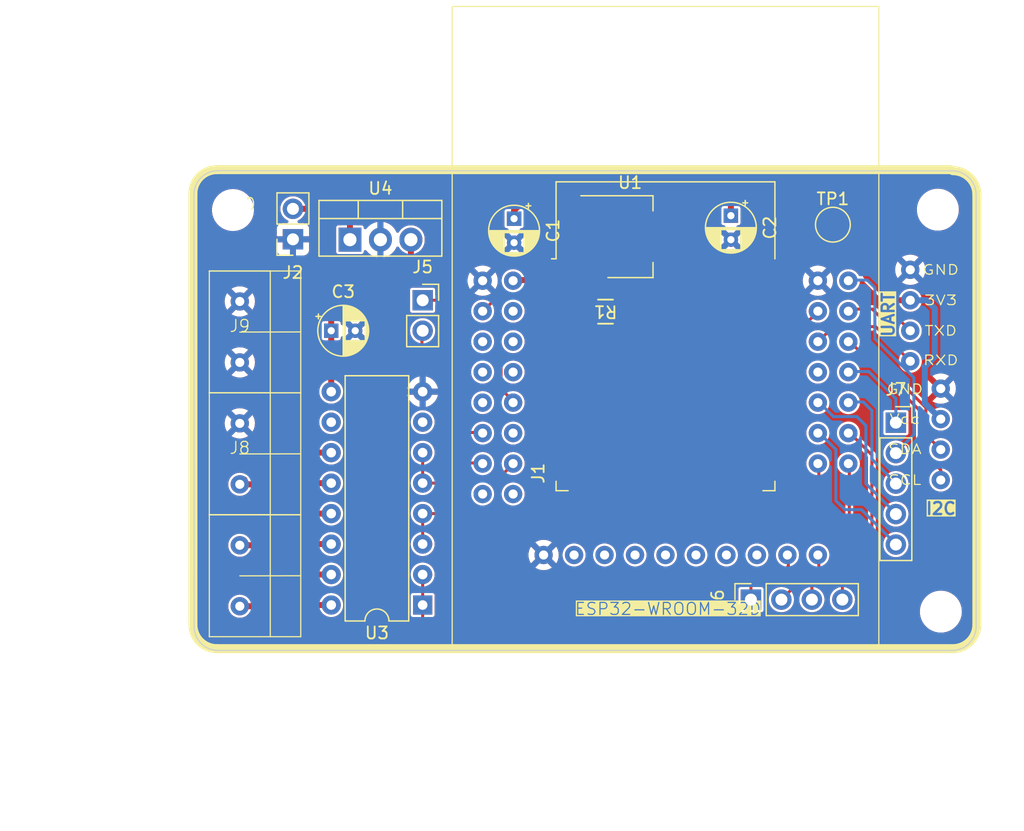
<source format=kicad_pcb>
(kicad_pcb (version 20221018) (generator pcbnew)
  (layers (0 "F.Cu" signal) (31 "B.Cu" signal) (34 "B.Paste" user) (35 "F.Paste" user) (36 "B.SilkS" user "B.Silkscreen") (37 "F.SilkS" user "F.Silkscreen") (38 "B.Mask" user) (39 "F.Mask" user) (44 "Edge.Cuts" user))
  (net 0 "")
  (net 1 "GND")
  (net 2 "+3V3")
  (net 3 "+5V")
  (net 4 "Net-(J1-EN)")
  (net 5 "Net-(J1-RXD0)")
  (net 6 "Net-(J1-TXD0)")
  (net 7 "Net-(J1-SDA)")
  (net 8 "Net-(J1-SCL)")
  (net 9 "VDC")
  (net 11 "Net-(J1-IO14)")
  (net 12 "Net-(J1-IO16)")
  (net 13 "Net-(J1-IO12)")
  (net 14 "Net-(J1-IO25)")
  (net 15 "Net-(J1-IO26)")
  (net 16 "Net-(J1-IO0)")
  (net 17 "Net-(J1-IO4)")
  (net 18 "Net-(J1-IO15)")
  (net 19 "Net-(J1-IO2)")
  (net 20 "Net-(J1-IO17)")
  (net 21 "Net-(J1-IO5)")
  (net 22 "Net-(J1-IO18)")
  (net 23 "Net-(J1-IO19)")
  (net 24 "Net-(J1-IO23)")
  (net 26 "Net-(J8-Pin_1)")
  (net 27 "Net-(J8-Pin_2)")
  (net 28 "Net-(J9-Pin_2)")
  (net 34 "unconnected-(J1-IO33-Pad9)")
  (footprint "Capacitor_THT:CP_Radial_D4.0mm_P2.00mm" (layer "F.Cu") (at 124.75 43.75 -90)
    (fp_text reference "C2" (at 1 -3.25 90) (layer "F.SilkS"))
    (fp_text value "1uF")
    (pad "1" thru_hole rect (at 0 0 270) (size 1.2 1.2) (drill 0.6) (layers "*.Cu" "*.Mask") (net 2 "+3V3"))
    (pad "2" thru_hole circle (at 2 0 270) (size 1.2 1.2) (drill 0.6) (layers "*.Cu" "*.Mask") (net 1 "GND"))
  )
  (footprint "Alexander Footprints Library:TestPoint_D2.5mm" (layer "F.Cu") (at 133.25 44.5)
    (fp_text reference "TP1" (at 0 -2.148) (layer "F.SilkS"))
    (fp_text value "GND")
    (pad "1" smd circle (at 0 0) (size 2.5 2.5) (layers "F.Cu" "F.Mask") (net 1 "GND"))
  )
  (footprint "Alexander Footprints Library:ESP32-WROOM-Adapter-Socket-2" (layer "F.Cu") (at 119.3 56.79)
    (fp_text reference "J1" (at -10.61 8.43 90) (layer "F.SilkS"))
    (fp_text value "~")
    (fp_text user "ESP32-WROOM-32D" (at -7.62 20.32 unlocked) (layer "F.SilkS" knockout) (effects (font (thickness 0.1)) (justify left bottom)))
    (pad "" thru_hole circle (at -15.24 10.16) (size 1.524 1.524) (drill 0.762) (layers "*.Cu" "*.Mask"))
    (pad "" thru_hole circle (at -12.7 10.16) (size 1.524 1.524) (drill 0.762) (layers "*.Cu" "*.Mask"))
    (pad "1" thru_hole circle (at -15.24 -7.62) (size 1.524 1.524) (drill 0.762) (layers "*.Cu" "*.Mask") (net 1 "GND"))
    (pad "2" thru_hole circle (at -12.7 -7.62) (size 1.524 1.524) (drill 0.762) (layers "*.Cu" "*.Mask") (net 2 "+3V3"))
    (pad "3" thru_hole circle (at -15.24 -5.08) (size 1.524 1.524) (drill 0.762) (layers "*.Cu" "*.Mask") (net 4 "Net-(J1-EN)"))
    (pad "4" thru_hole circle (at -12.7 -5.08) (size 1.524 1.524) (drill 0.762) (layers "*.Cu" "*.Mask"))
    (pad "5" thru_hole circle (at -15.24 -2.54) (size 1.524 1.524) (drill 0.762) (layers "*.Cu" "*.Mask"))
    (pad "6" thru_hole circle (at -12.7 -2.54) (size 1.524 1.524) (drill 0.762) (layers "*.Cu" "*.Mask"))
    (pad "7" thru_hole circle (at -15.24 0) (size 1.524 1.524) (drill 0.762) (layers "*.Cu" "*.Mask"))
    (pad "8" thru_hole circle (at -12.7 0) (size 1.524 1.524) (drill 0.762) (layers "*.Cu" "*.Mask"))
    (pad "9" thru_hole circle (at -15.24 2.54) (size 1.524 1.524) (drill 0.762) (layers "*.Cu" "*.Mask") (net 34 "unconnected-(J1-IO33-Pad9)"))
    (pad "10" thru_hole circle (at -12.7 2.54) (size 1.524 1.524) (drill 0.762) (layers "*.Cu" "*.Mask") (net 14 "Net-(J1-IO25)"))
    (pad "11" thru_hole circle (at -15.24 5.08) (size 1.524 1.524) (drill 0.762) (layers "*.Cu" "*.Mask") (net 15 "Net-(J1-IO26)"))
    (pad "12" thru_hole circle (at -12.7 5.08) (size 1.524 1.524) (drill 0.762) (layers "*.Cu" "*.Mask"))
    (pad "13" thru_hole circle (at -15.24 7.62) (size 1.524 1.524) (drill 0.762) (layers "*.Cu" "*.Mask") (net 11 "Net-(J1-IO14)"))
    (pad "14" thru_hole circle (at -12.7 7.62) (size 1.524 1.524) (drill 0.762) (layers "*.Cu" "*.Mask") (net 13 "Net-(J1-IO12)"))
    (pad "15" thru_hole circle (at -10.16 15.24 90) (size 1.524 1.524) (drill 0.762) (layers "*.Cu" "*.Mask") (net 1 "GND"))
    (pad "16" thru_hole circle (at -7.62 15.24 90) (size 1.524 1.524) (drill 0.762) (layers "*.Cu" "*.Mask"))
    (pad "17" thru_hole circle (at -5.08 15.24 90) (size 1.524 1.524) (drill 0.762) (layers "*.Cu" "*.Mask"))
    (pad "18" thru_hole circle (at -2.54 15.24 90) (size 1.524 1.524) (drill 0.762) (layers "*.Cu" "*.Mask"))
    (pad "19" thru_hole circle (at 0 15.24 90) (size 1.524 1.524) (drill 0.762) (layers "*.Cu" "*.Mask"))
    (pad "20" thru_hole circle (at 2.54 15.24 90) (size 1.524 1.524) (drill 0.762) (layers "*.Cu" "*.Mask"))
    (pad "21" thru_hole circle (at 5.08 15.24 90) (size 1.524 1.524) (drill 0.762) (layers "*.Cu" "*.Mask"))
    (pad "22" thru_hole circle (at 7.62 15.24 90) (size 1.524 1.524) (drill 0.762) (layers "*.Cu" "*.Mask"))
    (pad "23" thru_hole circle (at 10.16 15.24 90) (size 1.524 1.524) (drill 0.762) (layers "*.Cu" "*.Mask") (net 18 "Net-(J1-IO15)"))
    (pad "24" thru_hole circle (at 12.7 15.24 90) (size 1.524 1.524) (drill 0.762) (layers "*.Cu" "*.Mask") (net 19 "Net-(J1-IO2)"))
    (pad "25" thru_hole circle (at 15.24 7.62) (size 1.524 1.524) (drill 0.762) (layers "*.Cu" "*.Mask") (net 16 "Net-(J1-IO0)"))
    (pad "26" thru_hole circle (at 12.7 7.62) (size 1.524 1.524) (drill 0.762) (layers "*.Cu" "*.Mask") (net 17 "Net-(J1-IO4)"))
    (pad "27" thru_hole circle (at 15.24 5.08) (size 1.524 1.524) (drill 0.762) (layers "*.Cu" "*.Mask") (net 12 "Net-(J1-IO16)"))
    (pad "28" thru_hole circle (at 12.7 5.08) (size 1.524 1.524) (drill 0.762) (layers "*.Cu" "*.Mask") (net 20 "Net-(J1-IO17)"))
    (pad "29" thru_hole circle (at 15.24 2.54) (size 1.524 1.524) (drill 0.762) (layers "*.Cu" "*.Mask") (net 21 "Net-(J1-IO5)"))
    (pad "30" thru_hole circle (at 12.7 2.54) (size 1.524 1.524) (drill 0.762) (layers "*.Cu" "*.Mask") (net 22 "Net-(J1-IO18)"))
    (pad "31" thru_hole circle (at 15.24 0) (size 1.524 1.524) (drill 0.762) (layers "*.Cu" "*.Mask") (net 23 "Net-(J1-IO19)"))
    (pad "32" thru_hole circle (at 12.7 0) (size 1.524 1.524) (drill 0.762) (layers "*.Cu" "*.Mask"))
    (pad "33" thru_hole circle (at 15.24 -2.54) (size 1.524 1.524) (drill 0.762) (layers "*.Cu" "*.Mask") (net 7 "Net-(J1-SDA)"))
    (pad "34" thru_hole circle (at 12.7 -2.54) (size 1.524 1.524) (drill 0.762) (layers "*.Cu" "*.Mask") (net 5 "Net-(J1-RXD0)"))
    (pad "35" thru_hole circle (at 15.24 -5.08) (size 1.524 1.524) (drill 0.762) (layers "*.Cu" "*.Mask") (net 6 "Net-(J1-TXD0)"))
    (pad "36" thru_hole circle (at 12.7 -5.08) (size 1.524 1.524) (drill 0.762) (layers "*.Cu" "*.Mask") (net 8 "Net-(J1-SCL)"))
    (pad "37" thru_hole circle (at 15.24 -7.62) (size 1.524 1.524) (drill 0.762) (layers "*.Cu" "*.Mask") (net 24 "Net-(J1-IO23)"))
    (pad "38" thru_hole circle (at 12.7 -7.62) (size 1.524 1.524) (drill 0.762) (layers "*.Cu" "*.Mask") (net 1 "GND"))
  )
  (footprint "MountingHole:MountingHole_3mm" (layer "F.Cu") (at 142 43.25)
    (fp_text reference "H1" hide)
    (fp_text value "MountingHole_Pad")
    (pad "" np_thru_hole circle (at 0 0) (size 3 3) (drill 3) (layers "*.Cu" "*.Mask"))
  )
  (footprint "MountingHole:MountingHole_3mm" (layer "F.Cu") (at 83.25 43.28)
    (fp_text reference "H2" hide)
    (fp_text value "MountingHole_Pad")
    (pad "" np_thru_hole circle (at 0 0) (size 3 3) (drill 3) (layers "*.Cu" "*.Mask"))
  )
  (footprint "Package_DIP:DIP-16_W7.62mm" (layer "F.Cu") (at 99.06 76.2 180)
    (fp_text reference "U3" (at 3.81 -2.33) (layer "F.SilkS"))
    (fp_text value "ULN2003")
    (pad "1" thru_hole rect (at 0 0 180) (size 1.6 1.6) (drill 0.8) (layers "*.Cu" "*.Mask") (net 12 "Net-(J1-IO16)"))
    (pad "2" thru_hole oval (at 0 2.54 180) (size 1.6 1.6) (drill 0.8) (layers "*.Cu" "*.Mask") (net 12 "Net-(J1-IO16)"))
    (pad "3" thru_hole oval (at 0 5.08 180) (size 1.6 1.6) (drill 0.8) (layers "*.Cu" "*.Mask") (net 13 "Net-(J1-IO12)"))
    (pad "4" thru_hole oval (at 0 7.62 180) (size 1.6 1.6) (drill 0.8) (layers "*.Cu" "*.Mask") (net 13 "Net-(J1-IO12)"))
    (pad "5" thru_hole oval (at 0 10.16 180) (size 1.6 1.6) (drill 0.8) (layers "*.Cu" "*.Mask") (net 11 "Net-(J1-IO14)"))
    (pad "6" thru_hole oval (at 0 12.7 180) (size 1.6 1.6) (drill 0.8) (layers "*.Cu" "*.Mask") (net 11 "Net-(J1-IO14)"))
    (pad "7" thru_hole oval (at 0 15.24 180) (size 1.6 1.6) (drill 0.8) (layers "*.Cu" "*.Mask"))
    (pad "8" thru_hole oval (at 0 17.78 180) (size 1.6 1.6) (drill 0.8) (layers "*.Cu" "*.Mask") (net 1 "GND"))
    (pad "9" thru_hole oval (at 7.62 17.78 180) (size 1.6 1.6) (drill 0.8) (layers "*.Cu" "*.Mask") (net 3 "+5V"))
    (pad "10" thru_hole oval (at 7.62 15.24 180) (size 1.6 1.6) (drill 0.8) (layers "*.Cu" "*.Mask"))
    (pad "11" thru_hole oval (at 7.62 12.7 180) (size 1.6 1.6) (drill 0.8) (layers "*.Cu" "*.Mask") (net 28 "Net-(J9-Pin_2)"))
    (pad "12" thru_hole oval (at 7.62 10.16 180) (size 1.6 1.6) (drill 0.8) (layers "*.Cu" "*.Mask") (net 28 "Net-(J9-Pin_2)"))
    (pad "13" thru_hole oval (at 7.62 7.62 180) (size 1.6 1.6) (drill 0.8) (layers "*.Cu" "*.Mask") (net 26 "Net-(J8-Pin_1)"))
    (pad "14" thru_hole oval (at 7.62 5.08 180) (size 1.6 1.6) (drill 0.8) (layers "*.Cu" "*.Mask") (net 26 "Net-(J8-Pin_1)"))
    (pad "15" thru_hole oval (at 7.62 2.54 180) (size 1.6 1.6) (drill 0.8) (layers "*.Cu" "*.Mask") (net 27 "Net-(J8-Pin_2)"))
    (pad "16" thru_hole oval (at 7.62 0 180) (size 1.6 1.6) (drill 0.8) (layers "*.Cu" "*.Mask") (net 27 "Net-(J8-Pin_2)"))
  )
  (footprint "Alexander Footprints Library:Conn_Terminal_5mm" (layer "F.Cu") (at 83.82 53.44)
    (fp_text reference "J9" (at 0 -0.5 unlocked) (layer "F.SilkS") (effects (font (thickness 0.1))))
    (fp_text value "Conn_01x02_Socket")
    (pad "1" thru_hole circle (at 0 7.62) (size 1.524 1.524) (drill 0.762) (layers "*.Cu" "*.Mask") (net 1 "GND"))
    (pad "2" thru_hole circle (at 0 12.7) (size 1.524 1.524) (drill 0.762) (layers "*.Cu" "*.Mask") (net 28 "Net-(J9-Pin_2)"))
  )
  (footprint "Alexander Footprints Library:Conn_Terminal_5mm" (layer "F.Cu") (at 83.82 43.28)
    (fp_text reference "J10" (at 0 -0.5 unlocked) (layer "F.SilkS") (effects (font (thickness 0.1))))
    (fp_text value "Conn_01x02_Socket")
    (pad "1" thru_hole circle (at 0 7.62) (size 1.524 1.524) (drill 0.762) (layers "*.Cu" "*.Mask") (net 1 "GND"))
    (pad "2" thru_hole circle (at 0 12.7) (size 1.524 1.524) (drill 0.762) (layers "*.Cu" "*.Mask") (net 1 "GND"))
  )
  (footprint "Alexander Footprints Library:STA_RMCF1206_STP-L" (layer "F.Cu") (at 114.3 51.75 180)
    (fp_text reference "R1" (at 0 0 180 unlocked) (layer "F.SilkS"))
    (fp_text value "10K")
    (pad "1" smd rect (at -1.3716 0 180) (size 0.9144 1.7018) (layers "F.Cu" "F.Paste" "F.Mask") (net 2 "+3V3"))
    (pad "2" smd rect (at 1.3716 0 180) (size 0.9144 1.7018) (layers "F.Cu" "F.Paste" "F.Mask") (net 4 "Net-(J1-EN)"))
    (zone (net 0) (net_name "") (layer "F.Cu") (connect_pads (clearance 0)) (min_thickness 0.254)
      (keepout (tracks not_allowed) (vias not_allowed) (pads allowed) (copperpour not_allowed) (footprints allowed))
      (fill (thermal_gap 0.508) (thermal_bridge_width 0.508))
      (polygon (pts (xy 115.1636 52.5755) (xy 113.4364 52.5755) (xy 113.4364 50.9245) (xy 115.1636 50.9245)))
    )
  )
  (footprint "Connector_PinSocket_2.54mm:PinSocket_1x05_P2.54mm_Vertical" (layer "F.Cu") (at 138.5 61)
    (fp_text reference "J7" (at 0 -2.77) (layer "F.SilkS"))
    (fp_text value "GPIO")
    (pad "1" thru_hole rect (at 0 0) (size 1.7 1.7) (drill 1) (layers "*.Cu" "*.Mask") (net 23 "Net-(J1-IO19)"))
    (pad "2" thru_hole oval (at 0 2.54) (size 1.7 1.7) (drill 1) (layers "*.Cu" "*.Mask") (net 24 "Net-(J1-IO23)"))
    (pad "3" thru_hole oval (at 0 5.08) (size 1.7 1.7) (drill 1) (layers "*.Cu" "*.Mask") (net 21 "Net-(J1-IO5)"))
    (pad "4" thru_hole oval (at 0 7.62) (size 1.7 1.7) (drill 1) (layers "*.Cu" "*.Mask") (net 22 "Net-(J1-IO18)"))
    (pad "5" thru_hole oval (at 0 10.16) (size 1.7 1.7) (drill 1) (layers "*.Cu" "*.Mask") (net 20 "Net-(J1-IO17)"))
  )
  (footprint "Connector_PinSocket_2.54mm:PinSocket_1x02_P2.54mm_Vertical" (layer "F.Cu") (at 88.25 45.72 180)
    (fp_text reference "J2" (at 0 -2.77) (layer "F.SilkS"))
    (fp_text value "PWD")
    (pad "1" thru_hole rect (at 0 0 180) (size 1.7 1.7) (drill 1) (layers "*.Cu" "*.Mask") (net 1 "GND"))
    (pad "2" thru_hole oval (at 0 2.54 180) (size 1.7 1.7) (drill 1) (layers "*.Cu" "*.Mask") (net 9 "VDC"))
  )
  (footprint "Connector_PinSocket_2.54mm:PinSocket_1x04_P2.54mm_Vertical" (layer "F.Cu") (at 126.42 75.75 90)
    (fp_text reference "J6" (at 0 -2.77 90) (layer "F.SilkS"))
    (fp_text value "ADC")
    (pad "1" thru_hole rect (at 0 0 90) (size 1.7 1.7) (drill 1) (layers "*.Cu" "*.Mask") (net 18 "Net-(J1-IO15)"))
    (pad "2" thru_hole oval (at 0 2.54 90) (size 1.7 1.7) (drill 1) (layers "*.Cu" "*.Mask") (net 17 "Net-(J1-IO4)"))
    (pad "3" thru_hole oval (at 0 5.08 90) (size 1.7 1.7) (drill 1) (layers "*.Cu" "*.Mask") (net 19 "Net-(J1-IO2)"))
    (pad "4" thru_hole oval (at 0 7.62 90) (size 1.7 1.7) (drill 1) (layers "*.Cu" "*.Mask") (net 16 "Net-(J1-IO0)"))
  )
  (footprint "Capacitor_THT:CP_Radial_D4.0mm_P2.00mm" (layer "F.Cu") (at 91.44 53.34)
    (fp_text reference "C3" (at 1 -3.25) (layer "F.SilkS"))
    (fp_text value "1uF")
    (pad "1" thru_hole rect (at 0 0) (size 1.2 1.2) (drill 0.6) (layers "*.Cu" "*.Mask") (net 3 "+5V"))
    (pad "2" thru_hole circle (at 2 0) (size 1.2 1.2) (drill 0.6) (layers "*.Cu" "*.Mask") (net 1 "GND"))
  )
  (footprint "Connector_PinSocket_2.54mm:PinSocket_1x02_P2.54mm_Vertical" (layer "F.Cu") (at 99.06 50.8)
    (fp_text reference "J5" (at 0 -2.77) (layer "F.SilkS"))
    (fp_text value "DAC_Socket")
    (pad "1" thru_hole rect (at 0 0) (size 1.7 1.7) (drill 1) (layers "*.Cu" "*.Mask") (net 14 "Net-(J1-IO25)"))
    (pad "2" thru_hole oval (at 0 2.54) (size 1.7 1.7) (drill 1) (layers "*.Cu" "*.Mask") (net 15 "Net-(J1-IO26)"))
  )
  (footprint "Alexander Footprints Library:Conn_UART" (layer "F.Cu") (at 139.7 40.64)
    (fp_text reference "J3" hide)
    (fp_text value "UART")
    (fp_text user "3V3" (at 2.54 10.16 unlocked) (layer "F.SilkS") (effects (font (size 0.8 1) (thickness 0.1))))
    (fp_text user "GND" (at 2.54 7.62 unlocked) (layer "F.SilkS") (effects (font (size 0.8 1) (thickness 0.1))))
    (fp_text user "RXD" (at 2.54 15.16 unlocked) (layer "F.SilkS") (effects (font (size 0.8 1) (thickness 0.1))))
    (fp_text user "TXD" (at 2.54 12.7 unlocked) (layer "F.SilkS") (effects (font (size 0.8 1) (thickness 0.1))))
    (fp_text user "UART" (at -1.25 11.36 90 unlocked) (layer "F.SilkS" knockout) (effects (font (thickness 0.2) bold) (justify bottom)))
    (pad "3V3" thru_hole circle (at 0 10.16) (size 1.524 1.524) (drill 0.762) (layers "*.Cu" "*.Mask") (net 2 "+3V3"))
    (pad "GND" thru_hole circle (at 0 7.62) (size 1.524 1.524) (drill 0.762) (layers "*.Cu" "*.Mask") (net 1 "GND"))
    (pad "RXD" thru_hole circle (at 0 15.24) (size 1.524 1.524) (drill 0.762) (layers "*.Cu" "*.Mask") (net 5 "Net-(J1-RXD0)"))
    (pad "TXD" thru_hole circle (at 0 12.7) (size 1.524 1.524) (drill 0.762) (layers "*.Cu" "*.Mask") (net 6 "Net-(J1-TXD0)"))
  )
  (footprint "Capacitor_THT:CP_Radial_D4.0mm_P2.00mm" (layer "F.Cu") (at 106.68 44 -90)
    (fp_text reference "C1" (at 1 -3.25 90) (layer "F.SilkS"))
    (fp_text value "1uF")
    (pad "1" thru_hole rect (at 0 0 270) (size 1.2 1.2) (drill 0.6) (layers "*.Cu" "*.Mask") (net 9 "VDC"))
    (pad "2" thru_hole circle (at 2 0 270) (size 1.2 1.2) (drill 0.6) (layers "*.Cu" "*.Mask") (net 1 "GND"))
  )
  (footprint "Package_TO_SOT_SMD:SOT-223-3_TabPin2" (layer "F.Cu") (at 116.35 45.5)
    (fp_text reference "U1" (at 0 -4.5) (layer "F.SilkS"))
    (fp_text value "MAX1726EUK33")
    (pad "1" smd rect (at -3.15 -2.3) (size 2 1.5) (layers "F.Cu" "F.Paste" "F.Mask") (net 9 "VDC"))
    (pad "2" smd rect (at -3.15 0) (size 2 1.5) (layers "F.Cu" "F.Paste" "F.Mask") (net 1 "GND"))
    (pad "2" smd rect (at 3.15 0) (size 2 3.8) (layers "F.Cu" "F.Paste" "F.Mask") (net 1 "GND"))
    (pad "3" smd rect (at -3.15 2.3) (size 2 1.5) (layers "F.Cu" "F.Paste" "F.Mask") (net 2 "+3V3"))
  )
  (footprint "Alexander Footprints Library:LD1117" (layer "F.Cu") (at 93 45.75)
    (fp_text reference "U4" (at 2.54 -4.27) (layer "F.SilkS"))
    (fp_text value "L7805")
    (pad "1" thru_hole rect (at 0 0) (size 1.905 2) (drill 1.1) (layers "*.Cu" "*.Mask") (net 9 "VDC"))
    (pad "2" thru_hole oval (at 2.54 0) (size 1.905 2) (drill 1.1) (layers "*.Cu" "*.Mask") (net 1 "GND"))
    (pad "3" thru_hole oval (at 5.08 0) (size 1.905 2) (drill 1.1) (layers "*.Cu" "*.Mask") (net 3 "+5V"))
  )
  (footprint "Alexander Footprints Library:Conn_I2C" (layer "F.Cu") (at 142.24 50.544)
    (fp_text reference "J4" hide)
    (fp_text value "I2C")
    (fp_text user "I2C" (at 0.01 18.206 unlocked) (layer "F.SilkS" knockout) (effects (font (thickness 0.2) bold) (justify bottom)))
    (fp_text user "SCL" (at -2.99 15.24 unlocked) (layer "F.SilkS") (effects (font (size 0.8 1) (thickness 0.1))))
    (fp_text user "SDA" (at -2.99 12.666 unlocked) (layer "F.SilkS") (effects (font (size 0.8 1) (thickness 0.1))))
    (fp_text user "GND" (at -2.99 7.666 unlocked) (layer "F.SilkS") (effects (font (size 0.8 1) (thickness 0.1))))
    (fp_text user "Vcc" (at -2.99 10.16 unlocked) (layer "F.SilkS") (effects (font (size 0.8 1) (thickness 0.1))))
    (pad "GND" thru_hole circle (at 0 7.62) (size 1.524 1.524) (drill 0.762) (layers "*.Cu" "*.Mask") (net 1 "GND"))
    (pad "SCL" thru_hole circle (at 0 15.24) (size 1.524 1.524) (drill 0.762) (layers "*.Cu" "*.Mask") (net 8 "Net-(J1-SCL)"))
    (pad "SDA" thru_hole circle (at 0 12.7) (size 1.524 1.524) (drill 0.762) (layers "*.Cu" "*.Mask") (net 7 "Net-(J1-SDA)"))
    (pad "Vcc" thru_hole circle (at 0 10.16) (size 1.524 1.524) (drill 0.762) (layers "*.Cu" "*.Mask") (net 2 "+3V3"))
  )
  (footprint "MountingHole:MountingHole_3mm" (layer "F.Cu") (at 142.25 76.75)
    (fp_text reference "H4" hide)
    (fp_text value "MountingHole_Pad")
    (pad "" np_thru_hole circle (at 0 0) (size 3 3) (drill 3) (layers "*.Cu" "*.Mask"))
  )
  (footprint "Alexander Footprints Library:Conn_Terminal_5mm" (layer "F.Cu") (at 83.82 63.6)
    (fp_text reference "J8" (at 0 -0.5 unlocked) (layer "F.SilkS") (effects (font (thickness 0.1))))
    (fp_text value "Conn_01x02_Socket")
    (pad "1" thru_hole circle (at 0 7.62) (size 1.524 1.524) (drill 0.762) (layers "*.Cu" "*.Mask") (net 26 "Net-(J8-Pin_1)"))
    (pad "2" thru_hole circle (at 0 12.7) (size 1.524 1.524) (drill 0.762) (layers "*.Cu" "*.Mask") (net 27 "Net-(J8-Pin_2)"))
  )
  (gr_line (start 145.25 41.86421) (end 145.25 77.835782) (stroke (width 0.75)) (layer "F.SilkS"))
  (gr_line (start 81.914218 39.914218) (end 143.08579 39.914218) (stroke (width 0.75)) (layer "F.SilkS"))
  (gr_arc (start 145.25 77.835782) (mid 144.664218 79.25) (end 143.25 79.835782) (stroke (width 0.75)) (layer "F.SilkS"))
  (gr_line (start 79.914218 41.86421) (end 79.914218 77.835782) (stroke (width 0.75)) (layer "F.SilkS"))
  (gr_arc (start 81.914218 79.835782) (mid 80.5 79.25) (end 79.914218 77.835782) (stroke (width 0.75)) (layer "F.SilkS"))
  (gr_arc (start 143.25 40) (mid 144.664218 40.585782) (end 145.25 42) (stroke (width 0.75)) (layer "F.SilkS"))
  (gr_arc (start 79.914218 41.914218) (mid 80.5 40.5) (end 81.914218 39.914218) (stroke (width 0.75)) (layer "F.SilkS"))
  (gr_line (start 81.914214 79.835782) (end 143.085786 79.835782) (stroke (width 0.75)) (layer "F.SilkS"))
  (gr_line (start 80 42) (end 80.014214 77.985786) (stroke (width 0.1)) (layer "Edge.Cuts"))
  (gr_arc (start 143.185786 40.014214) (mid 144.6 40.6) (end 145.185786 42.014214) (stroke (width 0.1)) (layer "Edge.Cuts"))
  (gr_arc (start 82.014214 79.985786) (mid 80.6 79.4) (end 80.014214 77.985786) (stroke (width 0.1)) (layer "Edge.Cuts"))
  (gr_line (start 145.185786 42.014214) (end 145.185786 77.985786) (stroke (width 0.1)) (layer "Edge.Cuts"))
  (gr_arc (start 80 42) (mid 80.585786 40.585786) (end 82 40) (stroke (width 0.1)) (layer "Edge.Cuts"))
  (gr_line (start 82.014214 79.985786) (end 143.185786 79.985786) (stroke (width 0.1)) (layer "Edge.Cuts"))
  (gr_arc (start 145.185786 77.985786) (mid 144.6 79.4) (end 143.185786 79.985786) (stroke (width 0.1)) (layer "Edge.Cuts"))
  (gr_line (start 143.185786 40.014214) (end 82 40) (stroke (width 0.1)) (layer "Edge.Cuts"))
  (segment (start 115.45 47.8) (end 113.2 47.8) (width 0.5) (layer "F.Cu") (net 2))
  (segment (start 136 42.25) (end 135 41.25) (width 0.5) (layer "F.Cu") (net 2))
  (segment (start 116.25 42) (end 116.25 46.25) (width 0.5) (layer "F.Cu") (net 2))
  (segment (start 124.25 41.25) (end 117 41.25) (width 0.5) (layer "F.Cu") (net 2))
  (segment (start 115.6716 51.75) (end 116.75 51.75) (width 0.25) (layer "F.Cu") (net 2))
  (segment (start 110.3 47.8) (end 113.2 47.8) (width 0.5) (layer "F.Cu") (net 2))
  (segment (start 124.75 41.75) (end 124.25 41.25) (width 0.5) (layer "F.Cu") (net 2))
  (segment (start 124.75 43.75) (end 124.75 41.75) (width 0.5) (layer "F.Cu") (net 2))
  (segment (start 108.98 49.12) (end 110.3 47.8) (width 0.5) (layer "F.Cu") (net 2))
  (segment (start 135 41.25) (end 124.25 41.25) (width 0.5) (layer "F.Cu") (net 2))
  (segment (start 138.05 50.8) (end 136 48.75) (width 0.5) (layer "F.Cu") (net 2))
  (segment (start 136 48.75) (end 136 42.25) (width 0.5) (layer "F.Cu") (net 2))
  (segment (start 116.25 46.25) (end 116.25 47) (width 0.5) (layer "F.Cu") (net 2))
  (segment (start 116.25 47) (end 115.45 47.8) (width 0.5) (layer "F.Cu") (net 2))
  (segment (start 106.68 49.12) (end 108.98 49.12) (width 0.5) (layer "F.Cu") (net 2))
  (segment (start 116.75 51.75) (end 117.25 51.25) (width 0.25) (layer "F.Cu") (net 2))
  (segment (start 117 41.25) (end 116.25 42) (width 0.5) (layer "F.Cu") (net 2))
  (segment (start 117.25 51.25) (end 117.25 47.25) (width 0.25) (layer "F.Cu") (net 2))
  (segment (start 113.25 47.85) (end 113.2 47.8) (width 0.25) (layer "F.Cu") (net 2))
  (segment (start 117.25 47.25) (end 116.25 46.25) (width 0.25) (layer "F.Cu") (net 2))
  (segment (start 139.7 50.8) (end 138.05 50.8) (width 0.5) (layer "F.Cu") (net 2))
  (segment (start 141.05 50.8) (end 141.75 51.5) (width 0.5) (layer "B.Cu") (net 2))
  (segment (start 141.75 55.5) (end 140.912 56.338) (width 0.5) (layer "B.Cu") (net 2))
  (segment (start 140.912 56.338) (end 140.912 59.376) (width 0.5) (layer "B.Cu") (net 2))
  (segment (start 140.912 59.376) (end 142.24 60.704) (width 0.5) (layer "B.Cu") (net 2))
  (segment (start 141.75 51.5) (end 141.75 55.5) (width 0.5) (layer "B.Cu") (net 2))
  (segment (start 139.7 50.8) (end 141.05 50.8) (width 0.5) (layer "B.Cu") (net 2))
  (segment (start 91.44 50.06) (end 92.5 49) (width 0.5) (layer "F.Cu") (net 3))
  (segment (start 92.5 49) (end 97 49) (width 0.5) (layer "F.Cu") (net 3))
  (segment (start 91.44 58.42) (end 91.44 53.34) (width 0.5) (layer "F.Cu") (net 3))
  (segment (start 91.44 53.34) (end 91.44 50.06) (width 0.5) (layer "F.Cu") (net 3))
  (segment (start 97 49) (end 98.08 47.92) (width 0.5) (layer "F.Cu") (net 3))
  (segment (start 98.08 47.92) (end 98.08 45.75) (width 0.5) (layer "F.Cu") (net 3))
  (segment (start 112.9284 51.75) (end 111.6784 50.5) (width 0.25) (layer "F.Cu") (net 4))
  (segment (start 111.6784 50.5) (end 105.3 50.5) (width 0.25) (layer "F.Cu") (net 4))
  (segment (start 105.3 50.5) (end 104.14 51.66) (width 0.25) (layer "F.Cu") (net 4))
  (segment (start 133.28 53) (end 132.08 54.2) (width 0.25) (layer "F.Cu") (net 5))
  (segment (start 136.82 53) (end 133.28 53) (width 0.25) (layer "F.Cu") (net 5))
  (segment (start 139.7 55.88) (end 136.82 53) (width 0.25) (layer "F.Cu") (net 5))
  (segment (start 138.86 52.5) (end 137.5 52.5) (width 0.25) (layer "F.Cu") (net 6))
  (segment (start 137.5 52.5) (end 136.54 51.54) (width 0.25) (layer "F.Cu") (net 6))
  (segment (start 139.7 53.34) (end 138.86 52.5) (width 0.25) (layer "F.Cu") (net 6))
  (segment (start 134.74 51.54) (end 134.62 51.66) (width 0.25) (layer "F.Cu") (net 6))
  (segment (start 136.54 51.54) (end 134.74 51.54) (width 0.25) (layer "F.Cu") (net 6))
  (segment (start 135.381999 54.961999) (end 134.62 54.2) (width 0.25) (layer "F.Cu") (net 7))
  (segment (start 136.211999 54.961999) (end 135.381999 54.961999) (width 0.25) (layer "F.Cu") (net 7))
  (segment (start 141 59.75) (end 136.211999 54.961999) (width 0.25) (layer "F.Cu") (net 7))
  (segment (start 142.24 63.244) (end 141 62.004) (width 0.25) (layer "F.Cu") (net 7))
  (segment (start 141 62.004) (end 141 59.75) (width 0.25) (layer "F.Cu") (net 7))
  (segment (start 142.24 64.941903) (end 140.5 63.201903) (width 0.25) (layer "F.Cu") (net 8))
  (segment (start 136 55.5) (end 131.5 55.5) (width 0.25) (layer "F.Cu") (net 8))
  (segment (start 140.5 60) (end 136 55.5) (width 0.25) (layer "F.Cu") (net 8))
  (segment (start 131.5 55.5) (end 130.745 54.745) (width 0.25) (layer "F.Cu") (net 8))
  (segment (start 142.24 65.784) (end 142.24 64.941903) (width 0.25) (layer "F.Cu") (net 8))
  (segment (start 130.745 52.995) (end 132.08 51.66) (width 0.25) (layer "F.Cu") (net 8))
  (segment (start 140.5 63.201903) (end 140.5 60) (width 0.25) (layer "F.Cu") (net 8))
  (segment (start 130.745 54.745) (end 130.745 52.995) (width 0.25) (layer "F.Cu") (net 8))
  (segment (start 106.68 43.32) (end 106.68 44) (width 0.5) (layer "F.Cu") (net 9))
  (segment (start 113.2 43.2) (end 109.2 43.2) (width 0.5) (layer "F.Cu") (net 9))
  (segment (start 93 44.36) (end 93 45.75) (width 0.5) (layer "F.Cu") (net 9))
  (segment (start 93 42) (end 91.82 43.18) (width 0.5) (layer "F.Cu") (net 9))
  (segment (start 108 42) (end 93 42) (width 0.5) (layer "F.Cu") (net 9))
  (segment (start 91.82 43.18) (end 88.9 43.18) (width 0.5) (layer "F.Cu") (net 9))
  (segment (start 108 42) (end 106.68 43.32) (width 0.5) (layer "F.Cu") (net 9))
  (segment (start 109.2 43.2) (end 108 42) (width 0.5) (layer "F.Cu") (net 9))
  (segment (start 91.82 43.18) (end 93 44.36) (width 0.5) (layer "F.Cu") (net 9))
  (segment (start 99.06 66.04) (end 99.06 63.5) (width 0.25) (layer "F.Cu") (net 11))
  (segment (start 102.39 64.36) (end 104.14 64.36) (width 0.25) (layer "F.Cu") (net 11))
  (segment (start 100.71 66.04) (end 102.39 64.36) (width 0.25) (layer "F.Cu") (net 11))
  (segment (start 99.06 66.04) (end 100.71 66.04) (width 0.25) (layer "F.Cu") (net 11))
  (segment (start 135.25 78.5) (end 100 78.5) (width 0.25) (layer "F.Cu") (net 12))
  (segment (start 100 78.5) (end 99.06 77.56) (width 0.25) (layer "F.Cu") (net 12))
  (segment (start 99.06 76.2) (end 99.06 73.66) (width 0.25) (layer "F.Cu") (net 12))
  (segment (start 136.5 63.7) (end 136.5 77.25) (width 0.25) (layer "F.Cu") (net 12))
  (segment (start 99.06 77.56) (end 99.06 76.2) (width 0.25) (layer "F.Cu") (net 12))
  (segment (start 136.5 77.25) (end 135.25 78.5) (width 0.25) (layer "F.Cu") (net 12))
  (segment (start 134.62 61.82) (end 136.5 63.7) (width 0.25) (layer "F.Cu") (net 12))
  (segment (start 102 68) (end 102 66.25) (width 0.25) (layer "F.Cu") (net 13))
  (segment (start 102 66.25) (end 102.71 65.54) (width 0.25) (layer "F.Cu") (net 13))
  (segment (start 99.06 71.12) (end 99.06 68.58) (width 0.25) (layer "F.Cu") (net 13))
  (segment (start 101.42 68.58) (end 102 68) (width 0.25) (layer "F.Cu") (net 13))
  (segment (start 99.06 68.58) (end 101.42 68.58) (width 0.25) (layer "F.Cu") (net 13))
  (segment (start 102.71 65.54) (end 105.5 65.54) (width 0.25) (layer "F.Cu") (net 13))
  (segment (start 105.5 65.54) (end 106.68 64.36) (width 0.25) (layer "F.Cu") (net 13))
  (segment (start 106.68 59.28) (end 105.593 58.193) (width 0.25) (layer "F.Cu") (net 14))
  (segment (start 105 55.5) (end 102.25 55.5) (width 0.25) (layer "F.Cu") (net 14))
  (segment (start 101.6 54.85) (end 101.6 51.6) (width 0.25) (layer "F.Cu") (net 14))
  (segment (start 105.593 58.193) (end 105.593 56.093) (width 0.25) (layer "F.Cu") (net 14))
  (segment (start 102.25 55.5) (end 101.6 54.85) (width 0.25) (layer "F.Cu") (net 14))
  (segment (start 100.8 50.8) (end 99.06 50.8) (width 0.25) (layer "F.Cu") (net 14))
  (segment (start 101.6 51.6) (end 100.8 50.8) (width 0.25) (layer "F.Cu") (net 14))
  (segment (start 105.593 56.093) (end 105 55.5) (width 0.25) (layer "F.Cu") (net 14))
  (segment (start 102 57.5) (end 102 61.25) (width 0.25) (layer "F.Cu") (net 15))
  (segment (start 99 54.5) (end 99 53.4) (width 0.25) (layer "F.Cu") (net 15))
  (segment (start 102.57 61.82) (end 104.14 61.82) (width 0.25) (layer "F.Cu") (net 15))
  (segment (start 102 61.25) (end 102.57 61.82) (width 0.25) (layer "F.Cu") (net 15))
  (segment (start 99 54.5) (end 102 57.5) (width 0.25) (layer "F.Cu") (net 15))
  (segment (start 99 53.4) (end 99.06 53.34) (width 0.25) (layer "F.Cu") (net 15))
  (segment (start 134.04 69.96) (end 134.62 69.38) (width 0.25) (layer "F.Cu") (net 16))
  (segment (start 134.62 69.38) (end 134.62 64.41) (width 0.25) (layer "F.Cu") (net 16))
  (segment (start 134.04 75.75) (end 134.04 69.96) (width 0.25) (layer "F.Cu") (net 16))
  (segment (start 130.75 69.995) (end 132.08 68.665) (width 0.25) (layer "F.Cu") (net 17))
  (segment (start 132.08 68.665) (end 132.08 64.41) (width 0.25) (layer "F.Cu") (net 17))
  (segment (start 130.75 73.96) (end 130.75 69.995) (width 0.25) (layer "F.Cu") (net 17))
  (segment (start 128.96 75.75) (end 130.75 73.96) (width 0.25) (layer "F.Cu") (net 17))
  (segment (start 126.42 75.75) (end 126.42 74.58) (width 0.25) (layer "F.Cu") (net 18))
  (segment (start 126.42 74.58) (end 127.25 73.75) (width 0.25) (layer "F.Cu") (net 18))
  (segment (start 127.25 73.75) (end 128.75 73.75) (width 0.25) (layer "F.Cu") (net 18))
  (segment (start 128.75 73.75) (end 129.54 72.96) (width 0.25) (layer "F.Cu") (net 18))
  (segment (start 129.54 72.96) (end 129.54 72.03) (width 0.25) (layer "F.Cu") (net 18))
  (segment (start 131.5 75.75) (end 131.5 74.25) (width 0.25) (layer "F.Cu") (net 19))
  (segment (start 131.5 74.25) (end 132.08 73.67) (width 0.25) (layer "F.Cu") (net 19))
  (segment (start 132.08 73.67) (end 132.08 72.03) (width 0.25) (layer "F.Cu") (net 19))
  (segment (start 133.5 63.24) (end 132.08 61.82) (width 0.25) (layer "B.Cu") (net 20))
  (segment (start 134.25 68.25) (end 133.5 67.5) (width 0.25) (layer "B.Cu") (net 20))
  (segment (start 135.63 68.25) (end 134.25 68.25) (width 0.25) (layer "B.Cu") (net 20))
  (segment (start 133.5 67.5) (end 133.5 63.24) (width 0.25) (layer "B.Cu") (net 20))
  (segment (start 138.5 71.12) (end 135.63 68.25) (width 0.25) (layer "B.Cu") (net 20))
  (segment (start 136.5 60) (end 135.78 59.28) (width 0.25) (layer "B.Cu") (net 21))
  (segment (start 136.5 64.04) (end 136.5 60) (width 0.25) (layer "B.Cu") (net 21))
  (segment (start 138.5 66.04) (end 136.5 64.04) (width 0.25) (layer "B.Cu") (net 21))
  (segment (start 135.78 59.28) (end 134.62 59.28) (width 0.25) (layer "B.Cu") (net 21))
  (segment (start 138.5 68.58) (end 136 66.08) (width 0.25) (layer "B.Cu") (net 22))
  (segment (start 136 61.25) (end 135.25 60.5) (width 0.25) (layer "B.Cu") (net 22))
  (segment (start 136 66.08) (end 136 61.25) (width 0.25) (layer "B.Cu") (net 22))
  (segment (start 133.3 60.5) (end 132.08 59.28) (width 0.25) (layer "B.Cu") (net 22))
  (segment (start 135.25 60.5) (end 133.3 60.5) (width 0.25) (layer "B.Cu") (net 22))
  (segment (start 136.24 56.74) (end 134.62 56.74) (width 0.25) (layer "B.Cu") (net 23))
  (segment (start 138.5 60.96) (end 138.5 59) (width 0.25) (layer "B.Cu") (net 23))
  (segment (start 138.5 59) (end 136.24 56.74) (width 0.25) (layer "B.Cu") (net 23))
  (segment (start 136.12 49.12) (end 134.62 49.12) (width 0.25) (layer "B.Cu") (net 24))
  (segment (start 140 62) (end 140 57.25) (width 0.25) (layer "B.Cu") (net 24))
  (segment (start 136.75 54) (end 136.75 49.75) (width 0.25) (layer "B.Cu") (net 24))
  (segment (start 140 57.25) (end 136.75 54) (width 0.25) (layer "B.Cu") (net 24))
  (segment (start 136.75 49.75) (end 136.12 49.12) (width 0.25) (layer "B.Cu") (net 24))
  (segment (start 138.5 63.5) (end 140 62) (width 0.25) (layer "B.Cu") (net 24))
  (segment (start 83.82 71.22) (end 87.03 71.22) (width 0.5) (layer "F.Cu") (net 26))
  (segment (start 88.62 71.12) (end 91.44 71.12) (width 0.5) (layer "F.Cu") (net 26))
  (segment (start 89.67 68.58) (end 91.44 68.58) (width 0.5) (layer "F.Cu") (net 26))
  (segment (start 88.11 70.61) (end 88.62 71.12) (width 0.5) (layer "F.Cu") (net 26))
  (segment (start 87.03 71.22) (end 89.67 68.58) (width 0.5) (layer "F.Cu") (net 26))
  (segment (start 91.44 73.66) (end 89.59 73.66) (width 0.5) (layer "F.Cu") (net 27))
  (segment (start 87.875 75.375) (end 88.7 76.2) (width 0.5) (layer "F.Cu") (net 27))
  (segment (start 88.7 76.2) (end 91.44 76.2) (width 0.5) (layer "F.Cu") (net 27))
  (segment (start 86.95 76.3) (end 87.875 75.375) (width 0.5) (layer "F.Cu") (net 27))
  (segment (start 86.95 76.3) (end 83.82 76.3) (width 0.5) (layer "F.Cu") (net 27))
  (segment (start 89.59 73.66) (end 86.95 76.3) (width 0.5) (layer "F.Cu") (net 27))
  (segment (start 83.82 66.14) (end 87.11 66.14) (width 0.5) (layer "F.Cu") (net 28))
  (segment (start 84.21 65.75) (end 83.82 66.14) (width 0.5) (layer "F.Cu") (net 28))
  (segment (start 89.75 63.5) (end 91.44 63.5) (width 0.5) (layer "F.Cu") (net 28))
  (segment (start 88.54 66.04) (end 87.875 65.375) (width 0.5) (layer "F.Cu") (net 28))
  (segment (start 91.44 66.04) (end 88.54 66.04) (width 0.5) (layer "F.Cu") (net 28))
  (segment (start 87.11 66.14) (end 89.75 63.5) (width 0.5) (layer "F.Cu") (net 28))
  (segment (start 103.97 59.28) (end 104.14 59.28) (width 0.25) (layer "F.Cu") (net 34))
  (zone (net 1) (net_name "GND") (layer "F.Cu") (priority 1) (connect_pads (clearance 0)) (min_thickness 0.25) (fill yes (thermal_gap 0.5) (thermal_bridge_width 0.5))
    (polygon (pts (xy 80 40) (xy 80 80) (xy 145.25 80) (xy 145.25 40)))
  )
  (zone (net 1) (net_name "GND") (layer "B.Cu") (connect_pads (clearance 0)) (min_thickness 0.25) (fill yes (thermal_gap 0.5) (thermal_bridge_width 0.5))
    (polygon (pts (xy 80 40) (xy 145.2 40) (xy 145.2 80) (xy 80 80)))
  )
)
</source>
